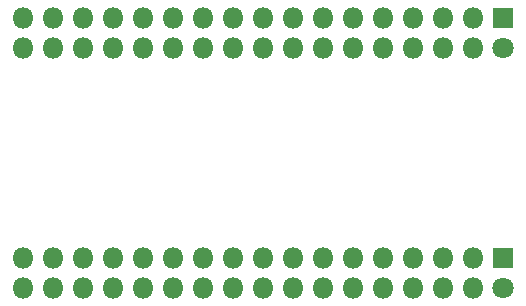
<source format=gbr>
%TF.GenerationSoftware,KiCad,Pcbnew,(5.1.6)-1*%
%TF.CreationDate,2022-09-19T12:58:48-04:00*%
%TF.ProjectId,3dfx-sli-1slot,33646678-2d73-46c6-992d-31736c6f742e,rev?*%
%TF.SameCoordinates,Original*%
%TF.FileFunction,Soldermask,Top*%
%TF.FilePolarity,Negative*%
%FSLAX46Y46*%
G04 Gerber Fmt 4.6, Leading zero omitted, Abs format (unit mm)*
G04 Created by KiCad (PCBNEW (5.1.6)-1) date 2022-09-19 12:58:48*
%MOMM*%
%LPD*%
G01*
G04 APERTURE LIST*
%ADD10C,1.800000*%
%ADD11R,1.800000X1.800000*%
%ADD12O,1.800000X1.800000*%
G04 APERTURE END LIST*
D10*
%TO.C,J1*%
X171958000Y-109601000D03*
D11*
X171958000Y-107061000D03*
D12*
X169418000Y-109601000D03*
X169418000Y-107061000D03*
X166878000Y-109601000D03*
X166878000Y-107061000D03*
X164338000Y-109601000D03*
X164338000Y-107061000D03*
X161798000Y-109601000D03*
X161798000Y-107061000D03*
X159258000Y-109601000D03*
X159258000Y-107061000D03*
X156718000Y-109601000D03*
X156718000Y-107061000D03*
X154178000Y-109601000D03*
X154178000Y-107061000D03*
X151638000Y-109601000D03*
X151638000Y-107061000D03*
X149098000Y-109601000D03*
X149098000Y-107061000D03*
X146558000Y-109601000D03*
X146558000Y-107061000D03*
X144018000Y-109601000D03*
X144018000Y-107061000D03*
X141478000Y-109601000D03*
X141478000Y-107061000D03*
X138938000Y-109601000D03*
X138938000Y-107061000D03*
X136398000Y-109601000D03*
X136398000Y-107061000D03*
X133858000Y-109601000D03*
X133858000Y-107061000D03*
X131318000Y-109601000D03*
X131318000Y-107061000D03*
%TD*%
%TO.C,J2*%
X131318000Y-86741000D03*
X131318000Y-89281000D03*
X133858000Y-86741000D03*
X133858000Y-89281000D03*
X136398000Y-86741000D03*
X136398000Y-89281000D03*
X138938000Y-86741000D03*
X138938000Y-89281000D03*
X141478000Y-86741000D03*
X141478000Y-89281000D03*
X144018000Y-86741000D03*
X144018000Y-89281000D03*
X146558000Y-86741000D03*
X146558000Y-89281000D03*
X149098000Y-86741000D03*
X149098000Y-89281000D03*
X151638000Y-86741000D03*
X151638000Y-89281000D03*
X154178000Y-86741000D03*
X154178000Y-89281000D03*
X156718000Y-86741000D03*
X156718000Y-89281000D03*
X159258000Y-86741000D03*
X159258000Y-89281000D03*
X161798000Y-86741000D03*
X161798000Y-89281000D03*
X164338000Y-86741000D03*
X164338000Y-89281000D03*
X166878000Y-86741000D03*
X166878000Y-89281000D03*
X169418000Y-86741000D03*
X169418000Y-89281000D03*
D11*
X171958000Y-86741000D03*
D10*
X171958000Y-89281000D03*
%TD*%
M02*

</source>
